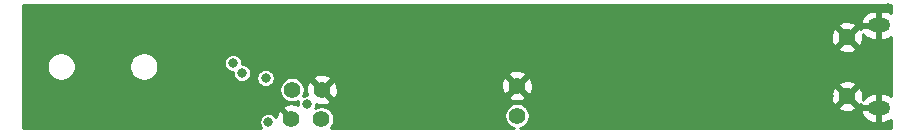
<source format=gbr>
G04 #@! TF.GenerationSoftware,KiCad,Pcbnew,(5.1.2-1)-1*
G04 #@! TF.CreationDate,2019-10-09T20:55:45-07:00*
G04 #@! TF.ProjectId,EOGee,454f4765-652e-46b6-9963-61645f706362,rev?*
G04 #@! TF.SameCoordinates,Original*
G04 #@! TF.FileFunction,Copper,L2,Bot*
G04 #@! TF.FilePolarity,Positive*
%FSLAX46Y46*%
G04 Gerber Fmt 4.6, Leading zero omitted, Abs format (unit mm)*
G04 Created by KiCad (PCBNEW (5.1.2-1)-1) date 2019-10-09 20:55:45*
%MOMM*%
%LPD*%
G04 APERTURE LIST*
%ADD10C,1.450000*%
%ADD11O,1.900000X1.200000*%
%ADD12C,1.400000*%
%ADD13C,0.800000*%
%ADD14C,0.250000*%
%ADD15C,0.254000*%
G04 APERTURE END LIST*
D10*
X166737500Y-115050000D03*
X166737500Y-110050000D03*
D11*
X169437500Y-116050000D03*
X169437500Y-109050000D03*
D12*
X122290000Y-114500000D03*
X119750000Y-114500000D03*
X122250000Y-117000000D03*
X119710000Y-117000000D03*
X138800000Y-116700000D03*
X138800000Y-114160000D03*
D13*
X101000000Y-116250000D03*
X132750000Y-117500000D03*
X114250000Y-107750000D03*
X118300000Y-107750000D03*
X125600000Y-113674999D03*
X127800000Y-113000000D03*
X130400000Y-113200000D03*
X134000000Y-112600000D03*
X135600000Y-112600000D03*
X137200000Y-112600000D03*
X158400000Y-117000000D03*
X149200000Y-117000000D03*
X162200000Y-112950000D03*
X153900000Y-109550000D03*
X153900000Y-110800000D03*
X155700000Y-112950000D03*
X144400000Y-116200000D03*
X138800000Y-111600000D03*
X147000000Y-111200000D03*
X159400000Y-116600000D03*
X165400000Y-117200000D03*
X162600000Y-111000000D03*
X162200000Y-112000000D03*
X158600000Y-111600000D03*
X158800000Y-112800000D03*
X140800000Y-114000000D03*
X162950000Y-117400000D03*
X138039077Y-108982214D03*
X139550000Y-108050000D03*
X156900000Y-108650000D03*
X155000000Y-108800000D03*
X155100000Y-109850000D03*
X103250000Y-116250000D03*
X105250000Y-116250000D03*
X112250000Y-107750000D03*
X109250000Y-107750000D03*
X106500000Y-107750000D03*
X118250000Y-110250000D03*
X130250000Y-111500000D03*
X132250000Y-111500000D03*
X131737347Y-112987347D03*
X136505046Y-115263878D03*
X133250000Y-116250000D03*
X143750000Y-117500000D03*
X144750000Y-114000000D03*
X144750000Y-112250000D03*
X144750000Y-110250000D03*
X146300000Y-113750000D03*
X145250000Y-108049999D03*
X149750000Y-115750000D03*
X158500000Y-115000000D03*
X159500000Y-115500000D03*
X167500000Y-116500000D03*
X165250000Y-115000000D03*
X165750000Y-116250000D03*
X166750000Y-117500000D03*
X170250000Y-117500000D03*
X165500000Y-107750000D03*
X170250000Y-107575000D03*
X167500000Y-108500000D03*
X166250000Y-108500000D03*
X155500000Y-112000000D03*
X156756403Y-114243597D03*
X151400001Y-112818336D03*
X103250000Y-112500000D03*
X110250000Y-112500000D03*
X98250000Y-107750000D03*
X97500000Y-112500000D03*
X97500000Y-110000000D03*
X103750000Y-107750000D03*
X113250000Y-116000000D03*
X110750000Y-115500000D03*
X120250000Y-107750000D03*
X122000000Y-107750000D03*
X125500000Y-107750000D03*
X119250000Y-112750000D03*
X121500000Y-113000000D03*
X143000000Y-114700000D03*
X139900000Y-113075000D03*
X141339597Y-112835708D03*
X117750000Y-117250000D03*
X121000000Y-115750000D03*
X117512653Y-113487347D03*
X115500000Y-113082501D03*
X115500000Y-113082501D03*
X114750000Y-112250000D03*
D14*
X112250000Y-107750000D02*
X109250000Y-107750000D01*
X109250000Y-107750000D02*
X106500000Y-107750000D01*
D15*
G36*
X170498000Y-108038914D02*
G01*
X170377446Y-107957610D01*
X170152996Y-107863507D01*
X169914500Y-107815000D01*
X169564500Y-107815000D01*
X169564500Y-108923000D01*
X169584500Y-108923000D01*
X169584500Y-109177000D01*
X169564500Y-109177000D01*
X169564500Y-110285000D01*
X169914500Y-110285000D01*
X170152996Y-110236493D01*
X170377446Y-110142390D01*
X170498000Y-110061086D01*
X170498001Y-115038914D01*
X170377446Y-114957610D01*
X170152996Y-114863507D01*
X169914500Y-114815000D01*
X169564500Y-114815000D01*
X169564500Y-115923000D01*
X169584500Y-115923000D01*
X169584500Y-116177000D01*
X169564500Y-116177000D01*
X169564500Y-117285000D01*
X169914500Y-117285000D01*
X170152996Y-117236493D01*
X170377446Y-117142390D01*
X170498001Y-117061086D01*
X170498001Y-117748000D01*
X139051866Y-117748000D01*
X139114149Y-117735611D01*
X139310151Y-117654425D01*
X139486547Y-117536560D01*
X139636560Y-117386547D01*
X139754425Y-117210151D01*
X139835611Y-117014149D01*
X139877000Y-116806075D01*
X139877000Y-116593925D01*
X139835611Y-116385851D01*
X139754425Y-116189849D01*
X139636560Y-116013453D01*
X139612240Y-115989133D01*
X165977972Y-115989133D01*
X166040465Y-116225450D01*
X166283178Y-116338850D01*
X166543349Y-116402719D01*
X166810982Y-116414604D01*
X167075791Y-116374048D01*
X167093523Y-116367609D01*
X167894038Y-116367609D01*
X167897909Y-116405282D01*
X167990079Y-116630533D01*
X168124422Y-116833474D01*
X168295775Y-117006307D01*
X168497554Y-117142390D01*
X168722004Y-117236493D01*
X168960500Y-117285000D01*
X169310500Y-117285000D01*
X169310500Y-116177000D01*
X168018769Y-116177000D01*
X167894038Y-116367609D01*
X167093523Y-116367609D01*
X167327600Y-116282609D01*
X167434535Y-116225450D01*
X167497028Y-115989133D01*
X166737500Y-115229605D01*
X165977972Y-115989133D01*
X139612240Y-115989133D01*
X139486547Y-115863440D01*
X139310151Y-115745575D01*
X139114149Y-115664389D01*
X138906075Y-115623000D01*
X138693925Y-115623000D01*
X138485851Y-115664389D01*
X138289849Y-115745575D01*
X138113453Y-115863440D01*
X137963440Y-116013453D01*
X137845575Y-116189849D01*
X137764389Y-116385851D01*
X137723000Y-116593925D01*
X137723000Y-116806075D01*
X137764389Y-117014149D01*
X137845575Y-117210151D01*
X137963440Y-117386547D01*
X138113453Y-117536560D01*
X138289849Y-117654425D01*
X138485851Y-117735611D01*
X138548134Y-117748000D01*
X123025107Y-117748000D01*
X123086560Y-117686547D01*
X123204425Y-117510151D01*
X123285611Y-117314149D01*
X123327000Y-117106075D01*
X123327000Y-116893925D01*
X123285611Y-116685851D01*
X123204425Y-116489849D01*
X123086560Y-116313453D01*
X122936547Y-116163440D01*
X122760151Y-116045575D01*
X122564149Y-115964389D01*
X122356075Y-115923000D01*
X122143925Y-115923000D01*
X121935851Y-115964389D01*
X121739849Y-116045575D01*
X121710452Y-116065218D01*
X121747141Y-115976643D01*
X121777000Y-115826528D01*
X121777000Y-115733731D01*
X121846242Y-115765934D01*
X122101740Y-115828183D01*
X122364473Y-115839390D01*
X122624344Y-115799125D01*
X122871366Y-115708935D01*
X122972203Y-115655037D01*
X123031664Y-115421269D01*
X122290000Y-114679605D01*
X122275858Y-114693748D01*
X122096253Y-114514143D01*
X122110395Y-114500000D01*
X122469605Y-114500000D01*
X123211269Y-115241664D01*
X123445037Y-115182203D01*
X123491979Y-115081269D01*
X138058336Y-115081269D01*
X138117797Y-115315037D01*
X138356242Y-115425934D01*
X138611740Y-115488183D01*
X138874473Y-115499390D01*
X139134344Y-115459125D01*
X139381366Y-115368935D01*
X139482203Y-115315037D01*
X139530926Y-115123482D01*
X165372896Y-115123482D01*
X165413452Y-115388291D01*
X165504891Y-115640100D01*
X165562050Y-115747035D01*
X165798367Y-115809528D01*
X166557895Y-115050000D01*
X166917105Y-115050000D01*
X167676633Y-115809528D01*
X167904997Y-115749138D01*
X168018769Y-115923000D01*
X169310500Y-115923000D01*
X169310500Y-114815000D01*
X168960500Y-114815000D01*
X168722004Y-114863507D01*
X168497554Y-114957610D01*
X168295775Y-115093693D01*
X168124422Y-115266526D01*
X168061329Y-115361836D01*
X168090219Y-115244151D01*
X168102104Y-114976518D01*
X168061548Y-114711709D01*
X167970109Y-114459900D01*
X167912950Y-114352965D01*
X167676633Y-114290472D01*
X166917105Y-115050000D01*
X166557895Y-115050000D01*
X165798367Y-114290472D01*
X165562050Y-114352965D01*
X165448650Y-114595678D01*
X165384781Y-114855849D01*
X165372896Y-115123482D01*
X139530926Y-115123482D01*
X139541664Y-115081269D01*
X138800000Y-114339605D01*
X138058336Y-115081269D01*
X123491979Y-115081269D01*
X123555934Y-114943758D01*
X123618183Y-114688260D01*
X123629390Y-114425527D01*
X123599788Y-114234473D01*
X137460610Y-114234473D01*
X137500875Y-114494344D01*
X137591065Y-114741366D01*
X137644963Y-114842203D01*
X137878731Y-114901664D01*
X138620395Y-114160000D01*
X138979605Y-114160000D01*
X139721269Y-114901664D01*
X139955037Y-114842203D01*
X140065934Y-114603758D01*
X140128183Y-114348260D01*
X140138309Y-114110867D01*
X165977972Y-114110867D01*
X166737500Y-114870395D01*
X167497028Y-114110867D01*
X167434535Y-113874550D01*
X167191822Y-113761150D01*
X166931651Y-113697281D01*
X166664018Y-113685396D01*
X166399209Y-113725952D01*
X166147400Y-113817391D01*
X166040465Y-113874550D01*
X165977972Y-114110867D01*
X140138309Y-114110867D01*
X140139390Y-114085527D01*
X140099125Y-113825656D01*
X140008935Y-113578634D01*
X139955037Y-113477797D01*
X139721269Y-113418336D01*
X138979605Y-114160000D01*
X138620395Y-114160000D01*
X137878731Y-113418336D01*
X137644963Y-113477797D01*
X137534066Y-113716242D01*
X137471817Y-113971740D01*
X137460610Y-114234473D01*
X123599788Y-114234473D01*
X123589125Y-114165656D01*
X123498935Y-113918634D01*
X123445037Y-113817797D01*
X123211269Y-113758336D01*
X122469605Y-114500000D01*
X122110395Y-114500000D01*
X121368731Y-113758336D01*
X121134963Y-113817797D01*
X121024066Y-114056242D01*
X120961817Y-114311740D01*
X120950610Y-114574473D01*
X120990875Y-114834344D01*
X121041500Y-114973000D01*
X120923472Y-114973000D01*
X120773357Y-115002859D01*
X120684782Y-115039548D01*
X120704425Y-115010151D01*
X120785611Y-114814149D01*
X120827000Y-114606075D01*
X120827000Y-114393925D01*
X120785611Y-114185851D01*
X120704425Y-113989849D01*
X120586560Y-113813453D01*
X120436547Y-113663440D01*
X120309773Y-113578731D01*
X121548336Y-113578731D01*
X122290000Y-114320395D01*
X123031664Y-113578731D01*
X122972203Y-113344963D01*
X122743789Y-113238731D01*
X138058336Y-113238731D01*
X138800000Y-113980395D01*
X139541664Y-113238731D01*
X139482203Y-113004963D01*
X139243758Y-112894066D01*
X138988260Y-112831817D01*
X138725527Y-112820610D01*
X138465656Y-112860875D01*
X138218634Y-112951065D01*
X138117797Y-113004963D01*
X138058336Y-113238731D01*
X122743789Y-113238731D01*
X122733758Y-113234066D01*
X122478260Y-113171817D01*
X122215527Y-113160610D01*
X121955656Y-113200875D01*
X121708634Y-113291065D01*
X121607797Y-113344963D01*
X121548336Y-113578731D01*
X120309773Y-113578731D01*
X120260151Y-113545575D01*
X120064149Y-113464389D01*
X119856075Y-113423000D01*
X119643925Y-113423000D01*
X119435851Y-113464389D01*
X119239849Y-113545575D01*
X119063453Y-113663440D01*
X118913440Y-113813453D01*
X118795575Y-113989849D01*
X118714389Y-114185851D01*
X118673000Y-114393925D01*
X118673000Y-114606075D01*
X118714389Y-114814149D01*
X118795575Y-115010151D01*
X118913440Y-115186547D01*
X119063453Y-115336560D01*
X119239849Y-115454425D01*
X119435851Y-115535611D01*
X119643925Y-115577000D01*
X119856075Y-115577000D01*
X120064149Y-115535611D01*
X120260151Y-115454425D01*
X120289548Y-115434782D01*
X120252859Y-115523357D01*
X120223000Y-115673472D01*
X120223000Y-115766269D01*
X120153758Y-115734066D01*
X119898260Y-115671817D01*
X119635527Y-115660610D01*
X119375656Y-115700875D01*
X119128634Y-115791065D01*
X119027797Y-115844963D01*
X118968336Y-116078731D01*
X119710000Y-116820395D01*
X119724143Y-116806253D01*
X119903748Y-116985858D01*
X119889605Y-117000000D01*
X119903748Y-117014143D01*
X119724143Y-117193748D01*
X119710000Y-117179605D01*
X119695858Y-117193748D01*
X119516253Y-117014143D01*
X119530395Y-117000000D01*
X118788731Y-116258336D01*
X118554963Y-116317797D01*
X118444066Y-116556242D01*
X118384446Y-116800951D01*
X118353536Y-116754691D01*
X118245309Y-116646464D01*
X118118048Y-116561431D01*
X117976643Y-116502859D01*
X117826528Y-116473000D01*
X117673472Y-116473000D01*
X117523357Y-116502859D01*
X117381952Y-116561431D01*
X117254691Y-116646464D01*
X117146464Y-116754691D01*
X117061431Y-116881952D01*
X117002859Y-117023357D01*
X116973000Y-117173472D01*
X116973000Y-117326528D01*
X117002859Y-117476643D01*
X117061431Y-117618048D01*
X117146464Y-117745309D01*
X117149155Y-117748000D01*
X97002000Y-117748000D01*
X97002000Y-112419151D01*
X98973000Y-112419151D01*
X98973000Y-112660849D01*
X99020153Y-112897903D01*
X99112647Y-113121202D01*
X99246927Y-113322167D01*
X99417833Y-113493073D01*
X99618798Y-113627353D01*
X99842097Y-113719847D01*
X100079151Y-113767000D01*
X100320849Y-113767000D01*
X100557903Y-113719847D01*
X100781202Y-113627353D01*
X100982167Y-113493073D01*
X101153073Y-113322167D01*
X101287353Y-113121202D01*
X101379847Y-112897903D01*
X101427000Y-112660849D01*
X101427000Y-112419151D01*
X105973000Y-112419151D01*
X105973000Y-112660849D01*
X106020153Y-112897903D01*
X106112647Y-113121202D01*
X106246927Y-113322167D01*
X106417833Y-113493073D01*
X106618798Y-113627353D01*
X106842097Y-113719847D01*
X107079151Y-113767000D01*
X107320849Y-113767000D01*
X107557903Y-113719847D01*
X107781202Y-113627353D01*
X107982167Y-113493073D01*
X108153073Y-113322167D01*
X108287353Y-113121202D01*
X108379847Y-112897903D01*
X108427000Y-112660849D01*
X108427000Y-112419151D01*
X108379847Y-112182097D01*
X108376275Y-112173472D01*
X113973000Y-112173472D01*
X113973000Y-112326528D01*
X114002859Y-112476643D01*
X114061431Y-112618048D01*
X114146464Y-112745309D01*
X114254691Y-112853536D01*
X114381952Y-112938569D01*
X114523357Y-112997141D01*
X114673472Y-113027000D01*
X114723000Y-113027000D01*
X114723000Y-113159029D01*
X114752859Y-113309144D01*
X114811431Y-113450549D01*
X114896464Y-113577810D01*
X115004691Y-113686037D01*
X115131952Y-113771070D01*
X115273357Y-113829642D01*
X115423472Y-113859501D01*
X115576528Y-113859501D01*
X115726643Y-113829642D01*
X115868048Y-113771070D01*
X115995309Y-113686037D01*
X116103536Y-113577810D01*
X116188569Y-113450549D01*
X116205025Y-113410819D01*
X116735653Y-113410819D01*
X116735653Y-113563875D01*
X116765512Y-113713990D01*
X116824084Y-113855395D01*
X116909117Y-113982656D01*
X117017344Y-114090883D01*
X117144605Y-114175916D01*
X117286010Y-114234488D01*
X117436125Y-114264347D01*
X117589181Y-114264347D01*
X117739296Y-114234488D01*
X117880701Y-114175916D01*
X118007962Y-114090883D01*
X118116189Y-113982656D01*
X118201222Y-113855395D01*
X118259794Y-113713990D01*
X118289653Y-113563875D01*
X118289653Y-113410819D01*
X118259794Y-113260704D01*
X118201222Y-113119299D01*
X118116189Y-112992038D01*
X118007962Y-112883811D01*
X117880701Y-112798778D01*
X117739296Y-112740206D01*
X117589181Y-112710347D01*
X117436125Y-112710347D01*
X117286010Y-112740206D01*
X117144605Y-112798778D01*
X117017344Y-112883811D01*
X116909117Y-112992038D01*
X116824084Y-113119299D01*
X116765512Y-113260704D01*
X116735653Y-113410819D01*
X116205025Y-113410819D01*
X116247141Y-113309144D01*
X116277000Y-113159029D01*
X116277000Y-113005973D01*
X116247141Y-112855858D01*
X116188569Y-112714453D01*
X116103536Y-112587192D01*
X115995309Y-112478965D01*
X115868048Y-112393932D01*
X115726643Y-112335360D01*
X115576528Y-112305501D01*
X115527000Y-112305501D01*
X115527000Y-112173472D01*
X115497141Y-112023357D01*
X115438569Y-111881952D01*
X115353536Y-111754691D01*
X115245309Y-111646464D01*
X115118048Y-111561431D01*
X114976643Y-111502859D01*
X114826528Y-111473000D01*
X114673472Y-111473000D01*
X114523357Y-111502859D01*
X114381952Y-111561431D01*
X114254691Y-111646464D01*
X114146464Y-111754691D01*
X114061431Y-111881952D01*
X114002859Y-112023357D01*
X113973000Y-112173472D01*
X108376275Y-112173472D01*
X108287353Y-111958798D01*
X108153073Y-111757833D01*
X107982167Y-111586927D01*
X107781202Y-111452647D01*
X107557903Y-111360153D01*
X107320849Y-111313000D01*
X107079151Y-111313000D01*
X106842097Y-111360153D01*
X106618798Y-111452647D01*
X106417833Y-111586927D01*
X106246927Y-111757833D01*
X106112647Y-111958798D01*
X106020153Y-112182097D01*
X105973000Y-112419151D01*
X101427000Y-112419151D01*
X101379847Y-112182097D01*
X101287353Y-111958798D01*
X101153073Y-111757833D01*
X100982167Y-111586927D01*
X100781202Y-111452647D01*
X100557903Y-111360153D01*
X100320849Y-111313000D01*
X100079151Y-111313000D01*
X99842097Y-111360153D01*
X99618798Y-111452647D01*
X99417833Y-111586927D01*
X99246927Y-111757833D01*
X99112647Y-111958798D01*
X99020153Y-112182097D01*
X98973000Y-112419151D01*
X97002000Y-112419151D01*
X97002000Y-110989133D01*
X165977972Y-110989133D01*
X166040465Y-111225450D01*
X166283178Y-111338850D01*
X166543349Y-111402719D01*
X166810982Y-111414604D01*
X167075791Y-111374048D01*
X167327600Y-111282609D01*
X167434535Y-111225450D01*
X167497028Y-110989133D01*
X166737500Y-110229605D01*
X165977972Y-110989133D01*
X97002000Y-110989133D01*
X97002000Y-110123482D01*
X165372896Y-110123482D01*
X165413452Y-110388291D01*
X165504891Y-110640100D01*
X165562050Y-110747035D01*
X165798367Y-110809528D01*
X166557895Y-110050000D01*
X166917105Y-110050000D01*
X167676633Y-110809528D01*
X167912950Y-110747035D01*
X168026350Y-110504322D01*
X168090219Y-110244151D01*
X168102104Y-109976518D01*
X168066885Y-109746558D01*
X168124422Y-109833474D01*
X168295775Y-110006307D01*
X168497554Y-110142390D01*
X168722004Y-110236493D01*
X168960500Y-110285000D01*
X169310500Y-110285000D01*
X169310500Y-109177000D01*
X168018769Y-109177000D01*
X167904997Y-109350862D01*
X167676633Y-109290472D01*
X166917105Y-110050000D01*
X166557895Y-110050000D01*
X165798367Y-109290472D01*
X165562050Y-109352965D01*
X165448650Y-109595678D01*
X165384781Y-109855849D01*
X165372896Y-110123482D01*
X97002000Y-110123482D01*
X97002000Y-109110867D01*
X165977972Y-109110867D01*
X166737500Y-109870395D01*
X167497028Y-109110867D01*
X167434535Y-108874550D01*
X167191822Y-108761150D01*
X167074672Y-108732391D01*
X167894038Y-108732391D01*
X168018769Y-108923000D01*
X169310500Y-108923000D01*
X169310500Y-107815000D01*
X168960500Y-107815000D01*
X168722004Y-107863507D01*
X168497554Y-107957610D01*
X168295775Y-108093693D01*
X168124422Y-108266526D01*
X167990079Y-108469467D01*
X167897909Y-108694718D01*
X167894038Y-108732391D01*
X167074672Y-108732391D01*
X166931651Y-108697281D01*
X166664018Y-108685396D01*
X166399209Y-108725952D01*
X166147400Y-108817391D01*
X166040465Y-108874550D01*
X165977972Y-109110867D01*
X97002000Y-109110867D01*
X97002000Y-107352000D01*
X170498000Y-107352000D01*
X170498000Y-108038914D01*
X170498000Y-108038914D01*
G37*
X170498000Y-108038914D02*
X170377446Y-107957610D01*
X170152996Y-107863507D01*
X169914500Y-107815000D01*
X169564500Y-107815000D01*
X169564500Y-108923000D01*
X169584500Y-108923000D01*
X169584500Y-109177000D01*
X169564500Y-109177000D01*
X169564500Y-110285000D01*
X169914500Y-110285000D01*
X170152996Y-110236493D01*
X170377446Y-110142390D01*
X170498000Y-110061086D01*
X170498001Y-115038914D01*
X170377446Y-114957610D01*
X170152996Y-114863507D01*
X169914500Y-114815000D01*
X169564500Y-114815000D01*
X169564500Y-115923000D01*
X169584500Y-115923000D01*
X169584500Y-116177000D01*
X169564500Y-116177000D01*
X169564500Y-117285000D01*
X169914500Y-117285000D01*
X170152996Y-117236493D01*
X170377446Y-117142390D01*
X170498001Y-117061086D01*
X170498001Y-117748000D01*
X139051866Y-117748000D01*
X139114149Y-117735611D01*
X139310151Y-117654425D01*
X139486547Y-117536560D01*
X139636560Y-117386547D01*
X139754425Y-117210151D01*
X139835611Y-117014149D01*
X139877000Y-116806075D01*
X139877000Y-116593925D01*
X139835611Y-116385851D01*
X139754425Y-116189849D01*
X139636560Y-116013453D01*
X139612240Y-115989133D01*
X165977972Y-115989133D01*
X166040465Y-116225450D01*
X166283178Y-116338850D01*
X166543349Y-116402719D01*
X166810982Y-116414604D01*
X167075791Y-116374048D01*
X167093523Y-116367609D01*
X167894038Y-116367609D01*
X167897909Y-116405282D01*
X167990079Y-116630533D01*
X168124422Y-116833474D01*
X168295775Y-117006307D01*
X168497554Y-117142390D01*
X168722004Y-117236493D01*
X168960500Y-117285000D01*
X169310500Y-117285000D01*
X169310500Y-116177000D01*
X168018769Y-116177000D01*
X167894038Y-116367609D01*
X167093523Y-116367609D01*
X167327600Y-116282609D01*
X167434535Y-116225450D01*
X167497028Y-115989133D01*
X166737500Y-115229605D01*
X165977972Y-115989133D01*
X139612240Y-115989133D01*
X139486547Y-115863440D01*
X139310151Y-115745575D01*
X139114149Y-115664389D01*
X138906075Y-115623000D01*
X138693925Y-115623000D01*
X138485851Y-115664389D01*
X138289849Y-115745575D01*
X138113453Y-115863440D01*
X137963440Y-116013453D01*
X137845575Y-116189849D01*
X137764389Y-116385851D01*
X137723000Y-116593925D01*
X137723000Y-116806075D01*
X137764389Y-117014149D01*
X137845575Y-117210151D01*
X137963440Y-117386547D01*
X138113453Y-117536560D01*
X138289849Y-117654425D01*
X138485851Y-117735611D01*
X138548134Y-117748000D01*
X123025107Y-117748000D01*
X123086560Y-117686547D01*
X123204425Y-117510151D01*
X123285611Y-117314149D01*
X123327000Y-117106075D01*
X123327000Y-116893925D01*
X123285611Y-116685851D01*
X123204425Y-116489849D01*
X123086560Y-116313453D01*
X122936547Y-116163440D01*
X122760151Y-116045575D01*
X122564149Y-115964389D01*
X122356075Y-115923000D01*
X122143925Y-115923000D01*
X121935851Y-115964389D01*
X121739849Y-116045575D01*
X121710452Y-116065218D01*
X121747141Y-115976643D01*
X121777000Y-115826528D01*
X121777000Y-115733731D01*
X121846242Y-115765934D01*
X122101740Y-115828183D01*
X122364473Y-115839390D01*
X122624344Y-115799125D01*
X122871366Y-115708935D01*
X122972203Y-115655037D01*
X123031664Y-115421269D01*
X122290000Y-114679605D01*
X122275858Y-114693748D01*
X122096253Y-114514143D01*
X122110395Y-114500000D01*
X122469605Y-114500000D01*
X123211269Y-115241664D01*
X123445037Y-115182203D01*
X123491979Y-115081269D01*
X138058336Y-115081269D01*
X138117797Y-115315037D01*
X138356242Y-115425934D01*
X138611740Y-115488183D01*
X138874473Y-115499390D01*
X139134344Y-115459125D01*
X139381366Y-115368935D01*
X139482203Y-115315037D01*
X139530926Y-115123482D01*
X165372896Y-115123482D01*
X165413452Y-115388291D01*
X165504891Y-115640100D01*
X165562050Y-115747035D01*
X165798367Y-115809528D01*
X166557895Y-115050000D01*
X166917105Y-115050000D01*
X167676633Y-115809528D01*
X167904997Y-115749138D01*
X168018769Y-115923000D01*
X169310500Y-115923000D01*
X169310500Y-114815000D01*
X168960500Y-114815000D01*
X168722004Y-114863507D01*
X168497554Y-114957610D01*
X168295775Y-115093693D01*
X168124422Y-115266526D01*
X168061329Y-115361836D01*
X168090219Y-115244151D01*
X168102104Y-114976518D01*
X168061548Y-114711709D01*
X167970109Y-114459900D01*
X167912950Y-114352965D01*
X167676633Y-114290472D01*
X166917105Y-115050000D01*
X166557895Y-115050000D01*
X165798367Y-114290472D01*
X165562050Y-114352965D01*
X165448650Y-114595678D01*
X165384781Y-114855849D01*
X165372896Y-115123482D01*
X139530926Y-115123482D01*
X139541664Y-115081269D01*
X138800000Y-114339605D01*
X138058336Y-115081269D01*
X123491979Y-115081269D01*
X123555934Y-114943758D01*
X123618183Y-114688260D01*
X123629390Y-114425527D01*
X123599788Y-114234473D01*
X137460610Y-114234473D01*
X137500875Y-114494344D01*
X137591065Y-114741366D01*
X137644963Y-114842203D01*
X137878731Y-114901664D01*
X138620395Y-114160000D01*
X138979605Y-114160000D01*
X139721269Y-114901664D01*
X139955037Y-114842203D01*
X140065934Y-114603758D01*
X140128183Y-114348260D01*
X140138309Y-114110867D01*
X165977972Y-114110867D01*
X166737500Y-114870395D01*
X167497028Y-114110867D01*
X167434535Y-113874550D01*
X167191822Y-113761150D01*
X166931651Y-113697281D01*
X166664018Y-113685396D01*
X166399209Y-113725952D01*
X166147400Y-113817391D01*
X166040465Y-113874550D01*
X165977972Y-114110867D01*
X140138309Y-114110867D01*
X140139390Y-114085527D01*
X140099125Y-113825656D01*
X140008935Y-113578634D01*
X139955037Y-113477797D01*
X139721269Y-113418336D01*
X138979605Y-114160000D01*
X138620395Y-114160000D01*
X137878731Y-113418336D01*
X137644963Y-113477797D01*
X137534066Y-113716242D01*
X137471817Y-113971740D01*
X137460610Y-114234473D01*
X123599788Y-114234473D01*
X123589125Y-114165656D01*
X123498935Y-113918634D01*
X123445037Y-113817797D01*
X123211269Y-113758336D01*
X122469605Y-114500000D01*
X122110395Y-114500000D01*
X121368731Y-113758336D01*
X121134963Y-113817797D01*
X121024066Y-114056242D01*
X120961817Y-114311740D01*
X120950610Y-114574473D01*
X120990875Y-114834344D01*
X121041500Y-114973000D01*
X120923472Y-114973000D01*
X120773357Y-115002859D01*
X120684782Y-115039548D01*
X120704425Y-115010151D01*
X120785611Y-114814149D01*
X120827000Y-114606075D01*
X120827000Y-114393925D01*
X120785611Y-114185851D01*
X120704425Y-113989849D01*
X120586560Y-113813453D01*
X120436547Y-113663440D01*
X120309773Y-113578731D01*
X121548336Y-113578731D01*
X122290000Y-114320395D01*
X123031664Y-113578731D01*
X122972203Y-113344963D01*
X122743789Y-113238731D01*
X138058336Y-113238731D01*
X138800000Y-113980395D01*
X139541664Y-113238731D01*
X139482203Y-113004963D01*
X139243758Y-112894066D01*
X138988260Y-112831817D01*
X138725527Y-112820610D01*
X138465656Y-112860875D01*
X138218634Y-112951065D01*
X138117797Y-113004963D01*
X138058336Y-113238731D01*
X122743789Y-113238731D01*
X122733758Y-113234066D01*
X122478260Y-113171817D01*
X122215527Y-113160610D01*
X121955656Y-113200875D01*
X121708634Y-113291065D01*
X121607797Y-113344963D01*
X121548336Y-113578731D01*
X120309773Y-113578731D01*
X120260151Y-113545575D01*
X120064149Y-113464389D01*
X119856075Y-113423000D01*
X119643925Y-113423000D01*
X119435851Y-113464389D01*
X119239849Y-113545575D01*
X119063453Y-113663440D01*
X118913440Y-113813453D01*
X118795575Y-113989849D01*
X118714389Y-114185851D01*
X118673000Y-114393925D01*
X118673000Y-114606075D01*
X118714389Y-114814149D01*
X118795575Y-115010151D01*
X118913440Y-115186547D01*
X119063453Y-115336560D01*
X119239849Y-115454425D01*
X119435851Y-115535611D01*
X119643925Y-115577000D01*
X119856075Y-115577000D01*
X120064149Y-115535611D01*
X120260151Y-115454425D01*
X120289548Y-115434782D01*
X120252859Y-115523357D01*
X120223000Y-115673472D01*
X120223000Y-115766269D01*
X120153758Y-115734066D01*
X119898260Y-115671817D01*
X119635527Y-115660610D01*
X119375656Y-115700875D01*
X119128634Y-115791065D01*
X119027797Y-115844963D01*
X118968336Y-116078731D01*
X119710000Y-116820395D01*
X119724143Y-116806253D01*
X119903748Y-116985858D01*
X119889605Y-117000000D01*
X119903748Y-117014143D01*
X119724143Y-117193748D01*
X119710000Y-117179605D01*
X119695858Y-117193748D01*
X119516253Y-117014143D01*
X119530395Y-117000000D01*
X118788731Y-116258336D01*
X118554963Y-116317797D01*
X118444066Y-116556242D01*
X118384446Y-116800951D01*
X118353536Y-116754691D01*
X118245309Y-116646464D01*
X118118048Y-116561431D01*
X117976643Y-116502859D01*
X117826528Y-116473000D01*
X117673472Y-116473000D01*
X117523357Y-116502859D01*
X117381952Y-116561431D01*
X117254691Y-116646464D01*
X117146464Y-116754691D01*
X117061431Y-116881952D01*
X117002859Y-117023357D01*
X116973000Y-117173472D01*
X116973000Y-117326528D01*
X117002859Y-117476643D01*
X117061431Y-117618048D01*
X117146464Y-117745309D01*
X117149155Y-117748000D01*
X97002000Y-117748000D01*
X97002000Y-112419151D01*
X98973000Y-112419151D01*
X98973000Y-112660849D01*
X99020153Y-112897903D01*
X99112647Y-113121202D01*
X99246927Y-113322167D01*
X99417833Y-113493073D01*
X99618798Y-113627353D01*
X99842097Y-113719847D01*
X100079151Y-113767000D01*
X100320849Y-113767000D01*
X100557903Y-113719847D01*
X100781202Y-113627353D01*
X100982167Y-113493073D01*
X101153073Y-113322167D01*
X101287353Y-113121202D01*
X101379847Y-112897903D01*
X101427000Y-112660849D01*
X101427000Y-112419151D01*
X105973000Y-112419151D01*
X105973000Y-112660849D01*
X106020153Y-112897903D01*
X106112647Y-113121202D01*
X106246927Y-113322167D01*
X106417833Y-113493073D01*
X106618798Y-113627353D01*
X106842097Y-113719847D01*
X107079151Y-113767000D01*
X107320849Y-113767000D01*
X107557903Y-113719847D01*
X107781202Y-113627353D01*
X107982167Y-113493073D01*
X108153073Y-113322167D01*
X108287353Y-113121202D01*
X108379847Y-112897903D01*
X108427000Y-112660849D01*
X108427000Y-112419151D01*
X108379847Y-112182097D01*
X108376275Y-112173472D01*
X113973000Y-112173472D01*
X113973000Y-112326528D01*
X114002859Y-112476643D01*
X114061431Y-112618048D01*
X114146464Y-112745309D01*
X114254691Y-112853536D01*
X114381952Y-112938569D01*
X114523357Y-112997141D01*
X114673472Y-113027000D01*
X114723000Y-113027000D01*
X114723000Y-113159029D01*
X114752859Y-113309144D01*
X114811431Y-113450549D01*
X114896464Y-113577810D01*
X115004691Y-113686037D01*
X115131952Y-113771070D01*
X115273357Y-113829642D01*
X115423472Y-113859501D01*
X115576528Y-113859501D01*
X115726643Y-113829642D01*
X115868048Y-113771070D01*
X115995309Y-113686037D01*
X116103536Y-113577810D01*
X116188569Y-113450549D01*
X116205025Y-113410819D01*
X116735653Y-113410819D01*
X116735653Y-113563875D01*
X116765512Y-113713990D01*
X116824084Y-113855395D01*
X116909117Y-113982656D01*
X117017344Y-114090883D01*
X117144605Y-114175916D01*
X117286010Y-114234488D01*
X117436125Y-114264347D01*
X117589181Y-114264347D01*
X117739296Y-114234488D01*
X117880701Y-114175916D01*
X118007962Y-114090883D01*
X118116189Y-113982656D01*
X118201222Y-113855395D01*
X118259794Y-113713990D01*
X118289653Y-113563875D01*
X118289653Y-113410819D01*
X118259794Y-113260704D01*
X118201222Y-113119299D01*
X118116189Y-112992038D01*
X118007962Y-112883811D01*
X117880701Y-112798778D01*
X117739296Y-112740206D01*
X117589181Y-112710347D01*
X117436125Y-112710347D01*
X117286010Y-112740206D01*
X117144605Y-112798778D01*
X117017344Y-112883811D01*
X116909117Y-112992038D01*
X116824084Y-113119299D01*
X116765512Y-113260704D01*
X116735653Y-113410819D01*
X116205025Y-113410819D01*
X116247141Y-113309144D01*
X116277000Y-113159029D01*
X116277000Y-113005973D01*
X116247141Y-112855858D01*
X116188569Y-112714453D01*
X116103536Y-112587192D01*
X115995309Y-112478965D01*
X115868048Y-112393932D01*
X115726643Y-112335360D01*
X115576528Y-112305501D01*
X115527000Y-112305501D01*
X115527000Y-112173472D01*
X115497141Y-112023357D01*
X115438569Y-111881952D01*
X115353536Y-111754691D01*
X115245309Y-111646464D01*
X115118048Y-111561431D01*
X114976643Y-111502859D01*
X114826528Y-111473000D01*
X114673472Y-111473000D01*
X114523357Y-111502859D01*
X114381952Y-111561431D01*
X114254691Y-111646464D01*
X114146464Y-111754691D01*
X114061431Y-111881952D01*
X114002859Y-112023357D01*
X113973000Y-112173472D01*
X108376275Y-112173472D01*
X108287353Y-111958798D01*
X108153073Y-111757833D01*
X107982167Y-111586927D01*
X107781202Y-111452647D01*
X107557903Y-111360153D01*
X107320849Y-111313000D01*
X107079151Y-111313000D01*
X106842097Y-111360153D01*
X106618798Y-111452647D01*
X106417833Y-111586927D01*
X106246927Y-111757833D01*
X106112647Y-111958798D01*
X106020153Y-112182097D01*
X105973000Y-112419151D01*
X101427000Y-112419151D01*
X101379847Y-112182097D01*
X101287353Y-111958798D01*
X101153073Y-111757833D01*
X100982167Y-111586927D01*
X100781202Y-111452647D01*
X100557903Y-111360153D01*
X100320849Y-111313000D01*
X100079151Y-111313000D01*
X99842097Y-111360153D01*
X99618798Y-111452647D01*
X99417833Y-111586927D01*
X99246927Y-111757833D01*
X99112647Y-111958798D01*
X99020153Y-112182097D01*
X98973000Y-112419151D01*
X97002000Y-112419151D01*
X97002000Y-110989133D01*
X165977972Y-110989133D01*
X166040465Y-111225450D01*
X166283178Y-111338850D01*
X166543349Y-111402719D01*
X166810982Y-111414604D01*
X167075791Y-111374048D01*
X167327600Y-111282609D01*
X167434535Y-111225450D01*
X167497028Y-110989133D01*
X166737500Y-110229605D01*
X165977972Y-110989133D01*
X97002000Y-110989133D01*
X97002000Y-110123482D01*
X165372896Y-110123482D01*
X165413452Y-110388291D01*
X165504891Y-110640100D01*
X165562050Y-110747035D01*
X165798367Y-110809528D01*
X166557895Y-110050000D01*
X166917105Y-110050000D01*
X167676633Y-110809528D01*
X167912950Y-110747035D01*
X168026350Y-110504322D01*
X168090219Y-110244151D01*
X168102104Y-109976518D01*
X168066885Y-109746558D01*
X168124422Y-109833474D01*
X168295775Y-110006307D01*
X168497554Y-110142390D01*
X168722004Y-110236493D01*
X168960500Y-110285000D01*
X169310500Y-110285000D01*
X169310500Y-109177000D01*
X168018769Y-109177000D01*
X167904997Y-109350862D01*
X167676633Y-109290472D01*
X166917105Y-110050000D01*
X166557895Y-110050000D01*
X165798367Y-109290472D01*
X165562050Y-109352965D01*
X165448650Y-109595678D01*
X165384781Y-109855849D01*
X165372896Y-110123482D01*
X97002000Y-110123482D01*
X97002000Y-109110867D01*
X165977972Y-109110867D01*
X166737500Y-109870395D01*
X167497028Y-109110867D01*
X167434535Y-108874550D01*
X167191822Y-108761150D01*
X167074672Y-108732391D01*
X167894038Y-108732391D01*
X168018769Y-108923000D01*
X169310500Y-108923000D01*
X169310500Y-107815000D01*
X168960500Y-107815000D01*
X168722004Y-107863507D01*
X168497554Y-107957610D01*
X168295775Y-108093693D01*
X168124422Y-108266526D01*
X167990079Y-108469467D01*
X167897909Y-108694718D01*
X167894038Y-108732391D01*
X167074672Y-108732391D01*
X166931651Y-108697281D01*
X166664018Y-108685396D01*
X166399209Y-108725952D01*
X166147400Y-108817391D01*
X166040465Y-108874550D01*
X165977972Y-109110867D01*
X97002000Y-109110867D01*
X97002000Y-107352000D01*
X170498000Y-107352000D01*
X170498000Y-108038914D01*
M02*

</source>
